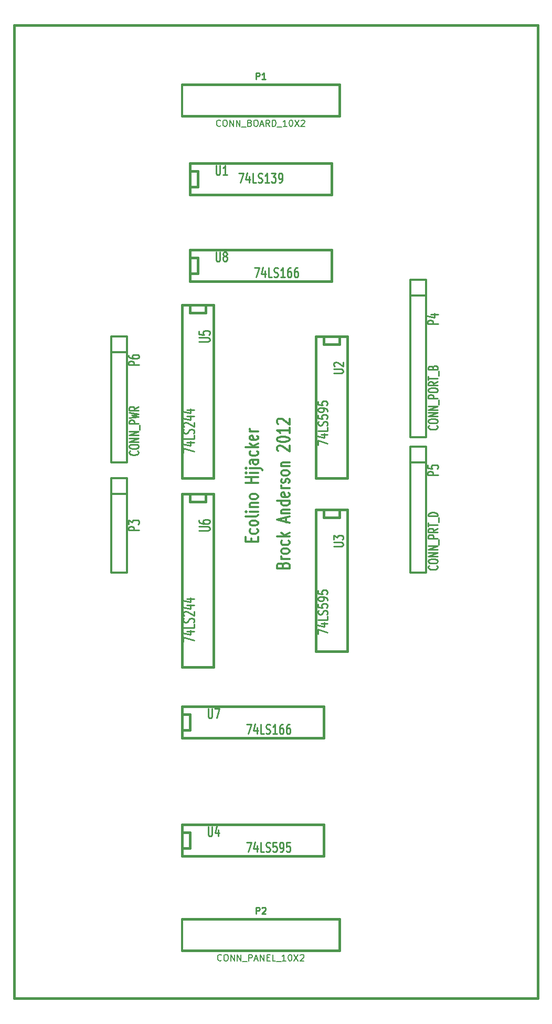
<source format=gto>
G04 (created by PCBNEW-RS274X (2012-01-19 BZR 3256)-stable) date 4/18/2012 11:58:31 PM*
G01*
G70*
G90*
%MOIN*%
G04 Gerber Fmt 3.4, Leading zero omitted, Abs format*
%FSLAX34Y34*%
G04 APERTURE LIST*
%ADD10C,0.006000*%
%ADD11C,0.015000*%
%ADD12C,0.012000*%
%ADD13C,0.010700*%
%ADD14C,0.010000*%
%ADD15C,0.008000*%
%ADD16C,0.011300*%
G04 APERTURE END LIST*
G54D10*
G54D11*
X23350Y-11750D02*
X23350Y-73550D01*
X56600Y-11750D02*
X23350Y-11750D01*
X56600Y-73550D02*
X56600Y-11750D01*
X23400Y-73550D02*
X56600Y-73550D01*
G54D12*
X40405Y-46041D02*
X40443Y-45955D01*
X40481Y-45927D01*
X40557Y-45898D01*
X40671Y-45898D01*
X40748Y-45927D01*
X40786Y-45955D01*
X40824Y-46013D01*
X40824Y-46241D01*
X40024Y-46241D01*
X40024Y-46041D01*
X40062Y-45984D01*
X40100Y-45955D01*
X40176Y-45927D01*
X40252Y-45927D01*
X40329Y-45955D01*
X40367Y-45984D01*
X40405Y-46041D01*
X40405Y-46241D01*
X40824Y-45641D02*
X40290Y-45641D01*
X40443Y-45641D02*
X40367Y-45613D01*
X40329Y-45584D01*
X40290Y-45527D01*
X40290Y-45470D01*
X40824Y-45184D02*
X40786Y-45242D01*
X40748Y-45270D01*
X40671Y-45299D01*
X40443Y-45299D01*
X40367Y-45270D01*
X40329Y-45242D01*
X40290Y-45184D01*
X40290Y-45099D01*
X40329Y-45042D01*
X40367Y-45013D01*
X40443Y-44984D01*
X40671Y-44984D01*
X40748Y-45013D01*
X40786Y-45042D01*
X40824Y-45099D01*
X40824Y-45184D01*
X40786Y-44470D02*
X40824Y-44527D01*
X40824Y-44641D01*
X40786Y-44699D01*
X40748Y-44727D01*
X40671Y-44756D01*
X40443Y-44756D01*
X40367Y-44727D01*
X40329Y-44699D01*
X40290Y-44641D01*
X40290Y-44527D01*
X40329Y-44470D01*
X40824Y-44213D02*
X40024Y-44213D01*
X40519Y-44156D02*
X40824Y-43985D01*
X40290Y-43985D02*
X40595Y-44213D01*
X40595Y-43299D02*
X40595Y-43013D01*
X40824Y-43356D02*
X40024Y-43156D01*
X40824Y-42956D01*
X40290Y-42756D02*
X40824Y-42756D01*
X40367Y-42756D02*
X40329Y-42728D01*
X40290Y-42670D01*
X40290Y-42585D01*
X40329Y-42528D01*
X40405Y-42499D01*
X40824Y-42499D01*
X40824Y-41956D02*
X40024Y-41956D01*
X40786Y-41956D02*
X40824Y-42013D01*
X40824Y-42127D01*
X40786Y-42185D01*
X40748Y-42213D01*
X40671Y-42242D01*
X40443Y-42242D01*
X40367Y-42213D01*
X40329Y-42185D01*
X40290Y-42127D01*
X40290Y-42013D01*
X40329Y-41956D01*
X40786Y-41442D02*
X40824Y-41499D01*
X40824Y-41613D01*
X40786Y-41670D01*
X40710Y-41699D01*
X40405Y-41699D01*
X40329Y-41670D01*
X40290Y-41613D01*
X40290Y-41499D01*
X40329Y-41442D01*
X40405Y-41413D01*
X40481Y-41413D01*
X40557Y-41699D01*
X40824Y-41156D02*
X40290Y-41156D01*
X40443Y-41156D02*
X40367Y-41128D01*
X40329Y-41099D01*
X40290Y-41042D01*
X40290Y-40985D01*
X40786Y-40814D02*
X40824Y-40757D01*
X40824Y-40642D01*
X40786Y-40585D01*
X40710Y-40557D01*
X40671Y-40557D01*
X40595Y-40585D01*
X40557Y-40642D01*
X40557Y-40728D01*
X40519Y-40785D01*
X40443Y-40814D01*
X40405Y-40814D01*
X40329Y-40785D01*
X40290Y-40728D01*
X40290Y-40642D01*
X40329Y-40585D01*
X40824Y-40213D02*
X40786Y-40271D01*
X40748Y-40299D01*
X40671Y-40328D01*
X40443Y-40328D01*
X40367Y-40299D01*
X40329Y-40271D01*
X40290Y-40213D01*
X40290Y-40128D01*
X40329Y-40071D01*
X40367Y-40042D01*
X40443Y-40013D01*
X40671Y-40013D01*
X40748Y-40042D01*
X40786Y-40071D01*
X40824Y-40128D01*
X40824Y-40213D01*
X40290Y-39756D02*
X40824Y-39756D01*
X40367Y-39756D02*
X40329Y-39728D01*
X40290Y-39670D01*
X40290Y-39585D01*
X40329Y-39528D01*
X40405Y-39499D01*
X40824Y-39499D01*
X40100Y-38785D02*
X40062Y-38756D01*
X40024Y-38699D01*
X40024Y-38556D01*
X40062Y-38499D01*
X40100Y-38470D01*
X40176Y-38442D01*
X40252Y-38442D01*
X40367Y-38470D01*
X40824Y-38813D01*
X40824Y-38442D01*
X40024Y-38071D02*
X40024Y-38014D01*
X40062Y-37957D01*
X40100Y-37928D01*
X40176Y-37899D01*
X40329Y-37871D01*
X40519Y-37871D01*
X40671Y-37899D01*
X40748Y-37928D01*
X40786Y-37957D01*
X40824Y-38014D01*
X40824Y-38071D01*
X40786Y-38128D01*
X40748Y-38157D01*
X40671Y-38185D01*
X40519Y-38214D01*
X40329Y-38214D01*
X40176Y-38185D01*
X40100Y-38157D01*
X40062Y-38128D01*
X40024Y-38071D01*
X40824Y-37300D02*
X40824Y-37643D01*
X40824Y-37471D02*
X40024Y-37471D01*
X40138Y-37528D01*
X40214Y-37586D01*
X40252Y-37643D01*
X40100Y-37072D02*
X40062Y-37043D01*
X40024Y-36986D01*
X40024Y-36843D01*
X40062Y-36786D01*
X40100Y-36757D01*
X40176Y-36729D01*
X40252Y-36729D01*
X40367Y-36757D01*
X40824Y-37100D01*
X40824Y-36729D01*
X38405Y-44543D02*
X38405Y-44343D01*
X38824Y-44257D02*
X38824Y-44543D01*
X38024Y-44543D01*
X38024Y-44257D01*
X38786Y-43743D02*
X38824Y-43800D01*
X38824Y-43914D01*
X38786Y-43972D01*
X38748Y-44000D01*
X38671Y-44029D01*
X38443Y-44029D01*
X38367Y-44000D01*
X38329Y-43972D01*
X38290Y-43914D01*
X38290Y-43800D01*
X38329Y-43743D01*
X38824Y-43400D02*
X38786Y-43458D01*
X38748Y-43486D01*
X38671Y-43515D01*
X38443Y-43515D01*
X38367Y-43486D01*
X38329Y-43458D01*
X38290Y-43400D01*
X38290Y-43315D01*
X38329Y-43258D01*
X38367Y-43229D01*
X38443Y-43200D01*
X38671Y-43200D01*
X38748Y-43229D01*
X38786Y-43258D01*
X38824Y-43315D01*
X38824Y-43400D01*
X38824Y-42857D02*
X38786Y-42915D01*
X38710Y-42943D01*
X38024Y-42943D01*
X38824Y-42629D02*
X38290Y-42629D01*
X38024Y-42629D02*
X38062Y-42658D01*
X38100Y-42629D01*
X38062Y-42601D01*
X38024Y-42629D01*
X38100Y-42629D01*
X38290Y-42343D02*
X38824Y-42343D01*
X38367Y-42343D02*
X38329Y-42315D01*
X38290Y-42257D01*
X38290Y-42172D01*
X38329Y-42115D01*
X38405Y-42086D01*
X38824Y-42086D01*
X38824Y-41714D02*
X38786Y-41772D01*
X38748Y-41800D01*
X38671Y-41829D01*
X38443Y-41829D01*
X38367Y-41800D01*
X38329Y-41772D01*
X38290Y-41714D01*
X38290Y-41629D01*
X38329Y-41572D01*
X38367Y-41543D01*
X38443Y-41514D01*
X38671Y-41514D01*
X38748Y-41543D01*
X38786Y-41572D01*
X38824Y-41629D01*
X38824Y-41714D01*
X38824Y-40800D02*
X38024Y-40800D01*
X38405Y-40800D02*
X38405Y-40457D01*
X38824Y-40457D02*
X38024Y-40457D01*
X38824Y-40171D02*
X38290Y-40171D01*
X38024Y-40171D02*
X38062Y-40200D01*
X38100Y-40171D01*
X38062Y-40143D01*
X38024Y-40171D01*
X38100Y-40171D01*
X38290Y-39885D02*
X38976Y-39885D01*
X39052Y-39914D01*
X39090Y-39971D01*
X39090Y-39999D01*
X38024Y-39885D02*
X38062Y-39914D01*
X38100Y-39885D01*
X38062Y-39857D01*
X38024Y-39885D01*
X38100Y-39885D01*
X38824Y-39342D02*
X38405Y-39342D01*
X38329Y-39371D01*
X38290Y-39428D01*
X38290Y-39542D01*
X38329Y-39599D01*
X38786Y-39342D02*
X38824Y-39399D01*
X38824Y-39542D01*
X38786Y-39599D01*
X38710Y-39628D01*
X38633Y-39628D01*
X38557Y-39599D01*
X38519Y-39542D01*
X38519Y-39399D01*
X38481Y-39342D01*
X38786Y-38799D02*
X38824Y-38856D01*
X38824Y-38970D01*
X38786Y-39028D01*
X38748Y-39056D01*
X38671Y-39085D01*
X38443Y-39085D01*
X38367Y-39056D01*
X38329Y-39028D01*
X38290Y-38970D01*
X38290Y-38856D01*
X38329Y-38799D01*
X38824Y-38542D02*
X38024Y-38542D01*
X38519Y-38485D02*
X38824Y-38314D01*
X38290Y-38314D02*
X38595Y-38542D01*
X38786Y-37828D02*
X38824Y-37885D01*
X38824Y-37999D01*
X38786Y-38056D01*
X38710Y-38085D01*
X38405Y-38085D01*
X38329Y-38056D01*
X38290Y-37999D01*
X38290Y-37885D01*
X38329Y-37828D01*
X38405Y-37799D01*
X38481Y-37799D01*
X38557Y-38085D01*
X38824Y-37542D02*
X38290Y-37542D01*
X38443Y-37542D02*
X38367Y-37514D01*
X38329Y-37485D01*
X38290Y-37428D01*
X38290Y-37371D01*
X49500Y-38500D02*
X49500Y-46500D01*
X49500Y-46500D02*
X48500Y-46500D01*
X48500Y-46500D02*
X48500Y-38500D01*
X48500Y-38500D02*
X49500Y-38500D01*
X48500Y-39500D02*
X49500Y-39500D01*
X30500Y-31500D02*
X30500Y-39500D01*
X30500Y-39500D02*
X29500Y-39500D01*
X29500Y-39500D02*
X29500Y-31500D01*
X29500Y-31500D02*
X30500Y-31500D01*
X29500Y-32500D02*
X30500Y-32500D01*
G54D11*
X34000Y-15500D02*
X44000Y-15500D01*
X44000Y-15500D02*
X44000Y-17500D01*
X44000Y-17500D02*
X34000Y-17500D01*
G54D12*
X34000Y-15500D02*
X34000Y-17500D01*
G54D11*
X34000Y-68500D02*
X44000Y-68500D01*
X44000Y-68500D02*
X44000Y-70500D01*
X44000Y-70500D02*
X34000Y-70500D01*
G54D12*
X34000Y-68500D02*
X34000Y-70500D01*
G54D11*
X35500Y-29500D02*
X35500Y-30000D01*
X35500Y-30000D02*
X34500Y-30000D01*
X34500Y-30000D02*
X34500Y-29500D01*
X36000Y-29500D02*
X36000Y-40500D01*
X36000Y-40500D02*
X34000Y-40500D01*
X34000Y-40500D02*
X34000Y-29500D01*
X34000Y-29500D02*
X36000Y-29500D01*
X35500Y-41500D02*
X35500Y-42000D01*
X35500Y-42000D02*
X34500Y-42000D01*
X34500Y-42000D02*
X34500Y-41500D01*
X36000Y-41500D02*
X36000Y-52500D01*
X36000Y-52500D02*
X34000Y-52500D01*
X34000Y-52500D02*
X34000Y-41500D01*
X34000Y-41500D02*
X36000Y-41500D01*
X34500Y-21000D02*
X34500Y-21000D01*
X34500Y-21000D02*
X35000Y-21000D01*
X35000Y-21000D02*
X35000Y-22000D01*
X35000Y-22000D02*
X34500Y-22000D01*
X34500Y-20500D02*
X43500Y-20500D01*
X43500Y-20500D02*
X43500Y-22500D01*
X43500Y-22500D02*
X34500Y-22500D01*
X34500Y-22500D02*
X34500Y-20500D01*
X44000Y-31500D02*
X44000Y-31500D01*
X44000Y-31500D02*
X44000Y-32000D01*
X44000Y-32000D02*
X43000Y-32000D01*
X43000Y-32000D02*
X43000Y-31500D01*
X44500Y-31500D02*
X44500Y-40500D01*
X44500Y-40500D02*
X42500Y-40500D01*
X42500Y-40500D02*
X42500Y-31500D01*
X42500Y-31500D02*
X44500Y-31500D01*
X44000Y-42500D02*
X44000Y-42500D01*
X44000Y-42500D02*
X44000Y-43000D01*
X44000Y-43000D02*
X43000Y-43000D01*
X43000Y-43000D02*
X43000Y-42500D01*
X44500Y-42500D02*
X44500Y-51500D01*
X44500Y-51500D02*
X42500Y-51500D01*
X42500Y-51500D02*
X42500Y-42500D01*
X42500Y-42500D02*
X44500Y-42500D01*
X34000Y-63000D02*
X34000Y-63000D01*
X34000Y-63000D02*
X34500Y-63000D01*
X34500Y-63000D02*
X34500Y-64000D01*
X34500Y-64000D02*
X34000Y-64000D01*
X34000Y-62500D02*
X43000Y-62500D01*
X43000Y-62500D02*
X43000Y-64500D01*
X43000Y-64500D02*
X34000Y-64500D01*
X34000Y-64500D02*
X34000Y-62500D01*
X34000Y-55500D02*
X34000Y-55500D01*
X34000Y-55500D02*
X34500Y-55500D01*
X34500Y-55500D02*
X34500Y-56500D01*
X34500Y-56500D02*
X34000Y-56500D01*
X34000Y-55000D02*
X43000Y-55000D01*
X43000Y-55000D02*
X43000Y-57000D01*
X43000Y-57000D02*
X34000Y-57000D01*
X34000Y-57000D02*
X34000Y-55000D01*
X34500Y-26500D02*
X34500Y-26500D01*
X34500Y-26500D02*
X35000Y-26500D01*
X35000Y-26500D02*
X35000Y-27500D01*
X35000Y-27500D02*
X34500Y-27500D01*
X34500Y-26000D02*
X43500Y-26000D01*
X43500Y-26000D02*
X43500Y-28000D01*
X43500Y-28000D02*
X34500Y-28000D01*
X34500Y-28000D02*
X34500Y-26000D01*
G54D12*
X48500Y-27900D02*
X49500Y-27900D01*
X49500Y-27900D02*
X49500Y-37900D01*
X49500Y-37900D02*
X48500Y-37900D01*
X48500Y-37900D02*
X48500Y-27900D01*
X48500Y-28900D02*
X49500Y-28900D01*
X29500Y-40500D02*
X30500Y-40500D01*
X30500Y-40500D02*
X30500Y-46500D01*
X30500Y-46500D02*
X29500Y-46500D01*
X29500Y-46500D02*
X29500Y-40500D01*
X29500Y-41500D02*
X30500Y-41500D01*
G54D13*
X50275Y-40316D02*
X49594Y-40316D01*
X49594Y-40153D01*
X49627Y-40112D01*
X49659Y-40092D01*
X49724Y-40072D01*
X49821Y-40072D01*
X49886Y-40092D01*
X49918Y-40112D01*
X49951Y-40153D01*
X49951Y-40316D01*
X49594Y-39684D02*
X49594Y-39888D01*
X49918Y-39908D01*
X49886Y-39888D01*
X49854Y-39847D01*
X49854Y-39745D01*
X49886Y-39705D01*
X49918Y-39684D01*
X49983Y-39664D01*
X50145Y-39664D01*
X50210Y-39684D01*
X50243Y-39705D01*
X50275Y-39745D01*
X50275Y-39847D01*
X50243Y-39888D01*
X50210Y-39908D01*
G54D14*
X50186Y-46062D02*
X50214Y-46081D01*
X50243Y-46138D01*
X50243Y-46176D01*
X50214Y-46234D01*
X50157Y-46272D01*
X50100Y-46291D01*
X49986Y-46310D01*
X49900Y-46310D01*
X49786Y-46291D01*
X49729Y-46272D01*
X49671Y-46234D01*
X49643Y-46176D01*
X49643Y-46138D01*
X49671Y-46081D01*
X49700Y-46062D01*
X49643Y-45815D02*
X49643Y-45738D01*
X49671Y-45700D01*
X49729Y-45662D01*
X49843Y-45643D01*
X50043Y-45643D01*
X50157Y-45662D01*
X50214Y-45700D01*
X50243Y-45738D01*
X50243Y-45815D01*
X50214Y-45853D01*
X50157Y-45891D01*
X50043Y-45910D01*
X49843Y-45910D01*
X49729Y-45891D01*
X49671Y-45853D01*
X49643Y-45815D01*
X50243Y-45472D02*
X49643Y-45472D01*
X50243Y-45243D01*
X49643Y-45243D01*
X50243Y-45053D02*
X49643Y-45053D01*
X50243Y-44824D01*
X49643Y-44824D01*
X50300Y-44729D02*
X50300Y-44424D01*
X50243Y-44329D02*
X49643Y-44329D01*
X49643Y-44176D01*
X49671Y-44138D01*
X49700Y-44119D01*
X49757Y-44100D01*
X49843Y-44100D01*
X49900Y-44119D01*
X49929Y-44138D01*
X49957Y-44176D01*
X49957Y-44329D01*
X50243Y-43700D02*
X49957Y-43834D01*
X50243Y-43929D02*
X49643Y-43929D01*
X49643Y-43776D01*
X49671Y-43738D01*
X49700Y-43719D01*
X49757Y-43700D01*
X49843Y-43700D01*
X49900Y-43719D01*
X49929Y-43738D01*
X49957Y-43776D01*
X49957Y-43929D01*
X49643Y-43586D02*
X49643Y-43357D01*
X50243Y-43472D02*
X49643Y-43472D01*
X50300Y-43319D02*
X50300Y-43014D01*
X50243Y-42919D02*
X49643Y-42919D01*
X49643Y-42824D01*
X49671Y-42766D01*
X49729Y-42728D01*
X49786Y-42709D01*
X49900Y-42690D01*
X49986Y-42690D01*
X50100Y-42709D01*
X50157Y-42728D01*
X50214Y-42766D01*
X50243Y-42824D01*
X50243Y-42919D01*
G54D13*
X31275Y-33316D02*
X30594Y-33316D01*
X30594Y-33153D01*
X30627Y-33112D01*
X30659Y-33092D01*
X30724Y-33072D01*
X30821Y-33072D01*
X30886Y-33092D01*
X30918Y-33112D01*
X30951Y-33153D01*
X30951Y-33316D01*
X30594Y-32705D02*
X30594Y-32786D01*
X30627Y-32827D01*
X30659Y-32847D01*
X30756Y-32888D01*
X30886Y-32908D01*
X31145Y-32908D01*
X31210Y-32888D01*
X31243Y-32868D01*
X31275Y-32827D01*
X31275Y-32745D01*
X31243Y-32705D01*
X31210Y-32684D01*
X31145Y-32664D01*
X30983Y-32664D01*
X30918Y-32684D01*
X30886Y-32705D01*
X30854Y-32745D01*
X30854Y-32827D01*
X30886Y-32868D01*
X30918Y-32888D01*
X30983Y-32908D01*
G54D14*
X31186Y-38785D02*
X31214Y-38804D01*
X31243Y-38861D01*
X31243Y-38899D01*
X31214Y-38957D01*
X31157Y-38995D01*
X31100Y-39014D01*
X30986Y-39033D01*
X30900Y-39033D01*
X30786Y-39014D01*
X30729Y-38995D01*
X30671Y-38957D01*
X30643Y-38899D01*
X30643Y-38861D01*
X30671Y-38804D01*
X30700Y-38785D01*
X30643Y-38538D02*
X30643Y-38461D01*
X30671Y-38423D01*
X30729Y-38385D01*
X30843Y-38366D01*
X31043Y-38366D01*
X31157Y-38385D01*
X31214Y-38423D01*
X31243Y-38461D01*
X31243Y-38538D01*
X31214Y-38576D01*
X31157Y-38614D01*
X31043Y-38633D01*
X30843Y-38633D01*
X30729Y-38614D01*
X30671Y-38576D01*
X30643Y-38538D01*
X31243Y-38195D02*
X30643Y-38195D01*
X31243Y-37966D01*
X30643Y-37966D01*
X31243Y-37776D02*
X30643Y-37776D01*
X31243Y-37547D01*
X30643Y-37547D01*
X31300Y-37452D02*
X31300Y-37147D01*
X31243Y-37052D02*
X30643Y-37052D01*
X30643Y-36899D01*
X30671Y-36861D01*
X30700Y-36842D01*
X30757Y-36823D01*
X30843Y-36823D01*
X30900Y-36842D01*
X30929Y-36861D01*
X30957Y-36899D01*
X30957Y-37052D01*
X30643Y-36690D02*
X31243Y-36595D01*
X30814Y-36518D01*
X31243Y-36442D01*
X30643Y-36347D01*
X31243Y-35966D02*
X30957Y-36100D01*
X31243Y-36195D02*
X30643Y-36195D01*
X30643Y-36042D01*
X30671Y-36004D01*
X30700Y-35985D01*
X30757Y-35966D01*
X30843Y-35966D01*
X30900Y-35985D01*
X30929Y-36004D01*
X30957Y-36042D01*
X30957Y-36195D01*
X38705Y-15162D02*
X38705Y-14762D01*
X38858Y-14762D01*
X38896Y-14781D01*
X38915Y-14800D01*
X38934Y-14838D01*
X38934Y-14895D01*
X38915Y-14933D01*
X38896Y-14952D01*
X38858Y-14971D01*
X38705Y-14971D01*
X39315Y-15162D02*
X39086Y-15162D01*
X39200Y-15162D02*
X39200Y-14762D01*
X39162Y-14819D01*
X39124Y-14857D01*
X39086Y-14876D01*
G54D15*
X36448Y-18124D02*
X36429Y-18143D01*
X36372Y-18162D01*
X36334Y-18162D01*
X36276Y-18143D01*
X36238Y-18105D01*
X36219Y-18067D01*
X36200Y-17990D01*
X36200Y-17933D01*
X36219Y-17857D01*
X36238Y-17819D01*
X36276Y-17781D01*
X36334Y-17762D01*
X36372Y-17762D01*
X36429Y-17781D01*
X36448Y-17800D01*
X36695Y-17762D02*
X36772Y-17762D01*
X36810Y-17781D01*
X36848Y-17819D01*
X36867Y-17895D01*
X36867Y-18029D01*
X36848Y-18105D01*
X36810Y-18143D01*
X36772Y-18162D01*
X36695Y-18162D01*
X36657Y-18143D01*
X36619Y-18105D01*
X36600Y-18029D01*
X36600Y-17895D01*
X36619Y-17819D01*
X36657Y-17781D01*
X36695Y-17762D01*
X37038Y-18162D02*
X37038Y-17762D01*
X37267Y-18162D01*
X37267Y-17762D01*
X37457Y-18162D02*
X37457Y-17762D01*
X37686Y-18162D01*
X37686Y-17762D01*
X37781Y-18200D02*
X38086Y-18200D01*
X38315Y-17952D02*
X38372Y-17971D01*
X38391Y-17990D01*
X38410Y-18029D01*
X38410Y-18086D01*
X38391Y-18124D01*
X38372Y-18143D01*
X38334Y-18162D01*
X38181Y-18162D01*
X38181Y-17762D01*
X38315Y-17762D01*
X38353Y-17781D01*
X38372Y-17800D01*
X38391Y-17838D01*
X38391Y-17876D01*
X38372Y-17914D01*
X38353Y-17933D01*
X38315Y-17952D01*
X38181Y-17952D01*
X38657Y-17762D02*
X38734Y-17762D01*
X38772Y-17781D01*
X38810Y-17819D01*
X38829Y-17895D01*
X38829Y-18029D01*
X38810Y-18105D01*
X38772Y-18143D01*
X38734Y-18162D01*
X38657Y-18162D01*
X38619Y-18143D01*
X38581Y-18105D01*
X38562Y-18029D01*
X38562Y-17895D01*
X38581Y-17819D01*
X38619Y-17781D01*
X38657Y-17762D01*
X38981Y-18048D02*
X39172Y-18048D01*
X38943Y-18162D02*
X39076Y-17762D01*
X39210Y-18162D01*
X39572Y-18162D02*
X39438Y-17971D01*
X39343Y-18162D02*
X39343Y-17762D01*
X39496Y-17762D01*
X39534Y-17781D01*
X39553Y-17800D01*
X39572Y-17838D01*
X39572Y-17895D01*
X39553Y-17933D01*
X39534Y-17952D01*
X39496Y-17971D01*
X39343Y-17971D01*
X39743Y-18162D02*
X39743Y-17762D01*
X39838Y-17762D01*
X39896Y-17781D01*
X39934Y-17819D01*
X39953Y-17857D01*
X39972Y-17933D01*
X39972Y-17990D01*
X39953Y-18067D01*
X39934Y-18105D01*
X39896Y-18143D01*
X39838Y-18162D01*
X39743Y-18162D01*
X40048Y-18200D02*
X40353Y-18200D01*
X40658Y-18162D02*
X40429Y-18162D01*
X40543Y-18162D02*
X40543Y-17762D01*
X40505Y-17819D01*
X40467Y-17857D01*
X40429Y-17876D01*
X40905Y-17762D02*
X40944Y-17762D01*
X40982Y-17781D01*
X41001Y-17800D01*
X41020Y-17838D01*
X41039Y-17914D01*
X41039Y-18010D01*
X41020Y-18086D01*
X41001Y-18124D01*
X40982Y-18143D01*
X40944Y-18162D01*
X40905Y-18162D01*
X40867Y-18143D01*
X40848Y-18124D01*
X40829Y-18086D01*
X40810Y-18010D01*
X40810Y-17914D01*
X40829Y-17838D01*
X40848Y-17800D01*
X40867Y-17781D01*
X40905Y-17762D01*
X41172Y-17762D02*
X41439Y-18162D01*
X41439Y-17762D02*
X41172Y-18162D01*
X41572Y-17800D02*
X41591Y-17781D01*
X41629Y-17762D01*
X41725Y-17762D01*
X41763Y-17781D01*
X41782Y-17800D01*
X41801Y-17838D01*
X41801Y-17876D01*
X41782Y-17933D01*
X41553Y-18162D01*
X41801Y-18162D01*
G54D14*
X38705Y-68162D02*
X38705Y-67762D01*
X38858Y-67762D01*
X38896Y-67781D01*
X38915Y-67800D01*
X38934Y-67838D01*
X38934Y-67895D01*
X38915Y-67933D01*
X38896Y-67952D01*
X38858Y-67971D01*
X38705Y-67971D01*
X39086Y-67800D02*
X39105Y-67781D01*
X39143Y-67762D01*
X39239Y-67762D01*
X39277Y-67781D01*
X39296Y-67800D01*
X39315Y-67838D01*
X39315Y-67876D01*
X39296Y-67933D01*
X39067Y-68162D01*
X39315Y-68162D01*
G54D15*
X36505Y-71124D02*
X36486Y-71143D01*
X36429Y-71162D01*
X36391Y-71162D01*
X36333Y-71143D01*
X36295Y-71105D01*
X36276Y-71067D01*
X36257Y-70990D01*
X36257Y-70933D01*
X36276Y-70857D01*
X36295Y-70819D01*
X36333Y-70781D01*
X36391Y-70762D01*
X36429Y-70762D01*
X36486Y-70781D01*
X36505Y-70800D01*
X36752Y-70762D02*
X36829Y-70762D01*
X36867Y-70781D01*
X36905Y-70819D01*
X36924Y-70895D01*
X36924Y-71029D01*
X36905Y-71105D01*
X36867Y-71143D01*
X36829Y-71162D01*
X36752Y-71162D01*
X36714Y-71143D01*
X36676Y-71105D01*
X36657Y-71029D01*
X36657Y-70895D01*
X36676Y-70819D01*
X36714Y-70781D01*
X36752Y-70762D01*
X37095Y-71162D02*
X37095Y-70762D01*
X37324Y-71162D01*
X37324Y-70762D01*
X37514Y-71162D02*
X37514Y-70762D01*
X37743Y-71162D01*
X37743Y-70762D01*
X37838Y-71200D02*
X38143Y-71200D01*
X38238Y-71162D02*
X38238Y-70762D01*
X38391Y-70762D01*
X38429Y-70781D01*
X38448Y-70800D01*
X38467Y-70838D01*
X38467Y-70895D01*
X38448Y-70933D01*
X38429Y-70952D01*
X38391Y-70971D01*
X38238Y-70971D01*
X38619Y-71048D02*
X38810Y-71048D01*
X38581Y-71162D02*
X38714Y-70762D01*
X38848Y-71162D01*
X38981Y-71162D02*
X38981Y-70762D01*
X39210Y-71162D01*
X39210Y-70762D01*
X39400Y-70952D02*
X39534Y-70952D01*
X39591Y-71162D02*
X39400Y-71162D01*
X39400Y-70762D01*
X39591Y-70762D01*
X39953Y-71162D02*
X39762Y-71162D01*
X39762Y-70762D01*
X39991Y-71200D02*
X40296Y-71200D01*
X40601Y-71162D02*
X40372Y-71162D01*
X40486Y-71162D02*
X40486Y-70762D01*
X40448Y-70819D01*
X40410Y-70857D01*
X40372Y-70876D01*
X40848Y-70762D02*
X40887Y-70762D01*
X40925Y-70781D01*
X40944Y-70800D01*
X40963Y-70838D01*
X40982Y-70914D01*
X40982Y-71010D01*
X40963Y-71086D01*
X40944Y-71124D01*
X40925Y-71143D01*
X40887Y-71162D01*
X40848Y-71162D01*
X40810Y-71143D01*
X40791Y-71124D01*
X40772Y-71086D01*
X40753Y-71010D01*
X40753Y-70914D01*
X40772Y-70838D01*
X40791Y-70800D01*
X40810Y-70781D01*
X40848Y-70762D01*
X41115Y-70762D02*
X41382Y-71162D01*
X41382Y-70762D02*
X41115Y-71162D01*
X41515Y-70800D02*
X41534Y-70781D01*
X41572Y-70762D01*
X41668Y-70762D01*
X41706Y-70781D01*
X41725Y-70800D01*
X41744Y-70838D01*
X41744Y-70876D01*
X41725Y-70933D01*
X41496Y-71162D01*
X41744Y-71162D01*
G54D16*
X35083Y-31843D02*
X35650Y-31843D01*
X35717Y-31821D01*
X35750Y-31800D01*
X35783Y-31757D01*
X35783Y-31671D01*
X35750Y-31629D01*
X35717Y-31607D01*
X35650Y-31586D01*
X35083Y-31586D01*
X35083Y-31158D02*
X35083Y-31372D01*
X35417Y-31393D01*
X35383Y-31372D01*
X35350Y-31329D01*
X35350Y-31222D01*
X35383Y-31179D01*
X35417Y-31158D01*
X35483Y-31136D01*
X35650Y-31136D01*
X35717Y-31158D01*
X35750Y-31179D01*
X35783Y-31222D01*
X35783Y-31329D01*
X35750Y-31372D01*
X35717Y-31393D01*
X34083Y-38905D02*
X34083Y-38605D01*
X34783Y-38798D01*
X34317Y-38240D02*
X34783Y-38240D01*
X34050Y-38347D02*
X34550Y-38454D01*
X34550Y-38176D01*
X34783Y-37790D02*
X34783Y-38004D01*
X34083Y-38004D01*
X34750Y-37661D02*
X34783Y-37597D01*
X34783Y-37490D01*
X34750Y-37447D01*
X34717Y-37426D01*
X34650Y-37404D01*
X34583Y-37404D01*
X34517Y-37426D01*
X34483Y-37447D01*
X34450Y-37490D01*
X34417Y-37576D01*
X34383Y-37618D01*
X34350Y-37640D01*
X34283Y-37661D01*
X34217Y-37661D01*
X34150Y-37640D01*
X34117Y-37618D01*
X34083Y-37576D01*
X34083Y-37468D01*
X34117Y-37404D01*
X34150Y-37232D02*
X34117Y-37211D01*
X34083Y-37168D01*
X34083Y-37061D01*
X34117Y-37018D01*
X34150Y-36997D01*
X34217Y-36975D01*
X34283Y-36975D01*
X34383Y-36997D01*
X34783Y-37254D01*
X34783Y-36975D01*
X34317Y-36589D02*
X34783Y-36589D01*
X34050Y-36696D02*
X34550Y-36803D01*
X34550Y-36525D01*
X34317Y-36160D02*
X34783Y-36160D01*
X34050Y-36267D02*
X34550Y-36374D01*
X34550Y-36096D01*
X35083Y-43843D02*
X35650Y-43843D01*
X35717Y-43821D01*
X35750Y-43800D01*
X35783Y-43757D01*
X35783Y-43671D01*
X35750Y-43629D01*
X35717Y-43607D01*
X35650Y-43586D01*
X35083Y-43586D01*
X35083Y-43179D02*
X35083Y-43265D01*
X35117Y-43308D01*
X35150Y-43329D01*
X35250Y-43372D01*
X35383Y-43393D01*
X35650Y-43393D01*
X35717Y-43372D01*
X35750Y-43350D01*
X35783Y-43308D01*
X35783Y-43222D01*
X35750Y-43179D01*
X35717Y-43158D01*
X35650Y-43136D01*
X35483Y-43136D01*
X35417Y-43158D01*
X35383Y-43179D01*
X35350Y-43222D01*
X35350Y-43308D01*
X35383Y-43350D01*
X35417Y-43372D01*
X35483Y-43393D01*
X34083Y-50905D02*
X34083Y-50605D01*
X34783Y-50798D01*
X34317Y-50240D02*
X34783Y-50240D01*
X34050Y-50347D02*
X34550Y-50454D01*
X34550Y-50176D01*
X34783Y-49790D02*
X34783Y-50004D01*
X34083Y-50004D01*
X34750Y-49661D02*
X34783Y-49597D01*
X34783Y-49490D01*
X34750Y-49447D01*
X34717Y-49426D01*
X34650Y-49404D01*
X34583Y-49404D01*
X34517Y-49426D01*
X34483Y-49447D01*
X34450Y-49490D01*
X34417Y-49576D01*
X34383Y-49618D01*
X34350Y-49640D01*
X34283Y-49661D01*
X34217Y-49661D01*
X34150Y-49640D01*
X34117Y-49618D01*
X34083Y-49576D01*
X34083Y-49468D01*
X34117Y-49404D01*
X34150Y-49232D02*
X34117Y-49211D01*
X34083Y-49168D01*
X34083Y-49061D01*
X34117Y-49018D01*
X34150Y-48997D01*
X34217Y-48975D01*
X34283Y-48975D01*
X34383Y-48997D01*
X34783Y-49254D01*
X34783Y-48975D01*
X34317Y-48589D02*
X34783Y-48589D01*
X34050Y-48696D02*
X34550Y-48803D01*
X34550Y-48525D01*
X34317Y-48160D02*
X34783Y-48160D01*
X34050Y-48267D02*
X34550Y-48374D01*
X34550Y-48096D01*
X36157Y-20643D02*
X36157Y-21129D01*
X36179Y-21186D01*
X36200Y-21214D01*
X36243Y-21243D01*
X36329Y-21243D01*
X36371Y-21214D01*
X36393Y-21186D01*
X36414Y-21129D01*
X36414Y-20643D01*
X36864Y-21243D02*
X36607Y-21243D01*
X36735Y-21243D02*
X36735Y-20643D01*
X36692Y-20729D01*
X36650Y-20786D01*
X36607Y-20814D01*
X37595Y-21143D02*
X37895Y-21143D01*
X37702Y-21743D01*
X38260Y-21343D02*
X38260Y-21743D01*
X38153Y-21114D02*
X38046Y-21543D01*
X38324Y-21543D01*
X38710Y-21743D02*
X38496Y-21743D01*
X38496Y-21143D01*
X38839Y-21714D02*
X38903Y-21743D01*
X39010Y-21743D01*
X39053Y-21714D01*
X39074Y-21686D01*
X39096Y-21629D01*
X39096Y-21571D01*
X39074Y-21514D01*
X39053Y-21486D01*
X39010Y-21457D01*
X38924Y-21429D01*
X38882Y-21400D01*
X38860Y-21371D01*
X38839Y-21314D01*
X38839Y-21257D01*
X38860Y-21200D01*
X38882Y-21171D01*
X38924Y-21143D01*
X39032Y-21143D01*
X39096Y-21171D01*
X39525Y-21743D02*
X39268Y-21743D01*
X39396Y-21743D02*
X39396Y-21143D01*
X39353Y-21229D01*
X39311Y-21286D01*
X39268Y-21314D01*
X39675Y-21143D02*
X39954Y-21143D01*
X39804Y-21371D01*
X39868Y-21371D01*
X39911Y-21400D01*
X39932Y-21429D01*
X39954Y-21486D01*
X39954Y-21629D01*
X39932Y-21686D01*
X39911Y-21714D01*
X39868Y-21743D01*
X39740Y-21743D01*
X39697Y-21714D01*
X39675Y-21686D01*
X40169Y-21743D02*
X40254Y-21743D01*
X40297Y-21714D01*
X40319Y-21686D01*
X40361Y-21600D01*
X40383Y-21486D01*
X40383Y-21257D01*
X40361Y-21200D01*
X40340Y-21171D01*
X40297Y-21143D01*
X40211Y-21143D01*
X40169Y-21171D01*
X40147Y-21200D01*
X40126Y-21257D01*
X40126Y-21400D01*
X40147Y-21457D01*
X40169Y-21486D01*
X40211Y-21514D01*
X40297Y-21514D01*
X40340Y-21486D01*
X40361Y-21457D01*
X40383Y-21400D01*
X43643Y-33843D02*
X44129Y-33843D01*
X44186Y-33821D01*
X44214Y-33800D01*
X44243Y-33757D01*
X44243Y-33671D01*
X44214Y-33629D01*
X44186Y-33607D01*
X44129Y-33586D01*
X43643Y-33586D01*
X43700Y-33393D02*
X43671Y-33372D01*
X43643Y-33329D01*
X43643Y-33222D01*
X43671Y-33179D01*
X43700Y-33158D01*
X43757Y-33136D01*
X43814Y-33136D01*
X43900Y-33158D01*
X44243Y-33415D01*
X44243Y-33136D01*
X42643Y-38405D02*
X42643Y-38105D01*
X43243Y-38298D01*
X42843Y-37740D02*
X43243Y-37740D01*
X42614Y-37847D02*
X43043Y-37954D01*
X43043Y-37676D01*
X43243Y-37290D02*
X43243Y-37504D01*
X42643Y-37504D01*
X43214Y-37161D02*
X43243Y-37097D01*
X43243Y-36990D01*
X43214Y-36947D01*
X43186Y-36926D01*
X43129Y-36904D01*
X43071Y-36904D01*
X43014Y-36926D01*
X42986Y-36947D01*
X42957Y-36990D01*
X42929Y-37076D01*
X42900Y-37118D01*
X42871Y-37140D01*
X42814Y-37161D01*
X42757Y-37161D01*
X42700Y-37140D01*
X42671Y-37118D01*
X42643Y-37076D01*
X42643Y-36968D01*
X42671Y-36904D01*
X42643Y-36497D02*
X42643Y-36711D01*
X42929Y-36732D01*
X42900Y-36711D01*
X42871Y-36668D01*
X42871Y-36561D01*
X42900Y-36518D01*
X42929Y-36497D01*
X42986Y-36475D01*
X43129Y-36475D01*
X43186Y-36497D01*
X43214Y-36518D01*
X43243Y-36561D01*
X43243Y-36668D01*
X43214Y-36711D01*
X43186Y-36732D01*
X43243Y-36260D02*
X43243Y-36175D01*
X43214Y-36132D01*
X43186Y-36110D01*
X43100Y-36068D01*
X42986Y-36046D01*
X42757Y-36046D01*
X42700Y-36068D01*
X42671Y-36089D01*
X42643Y-36132D01*
X42643Y-36218D01*
X42671Y-36260D01*
X42700Y-36282D01*
X42757Y-36303D01*
X42900Y-36303D01*
X42957Y-36282D01*
X42986Y-36260D01*
X43014Y-36218D01*
X43014Y-36132D01*
X42986Y-36089D01*
X42957Y-36068D01*
X42900Y-36046D01*
X42643Y-35639D02*
X42643Y-35853D01*
X42929Y-35874D01*
X42900Y-35853D01*
X42871Y-35810D01*
X42871Y-35703D01*
X42900Y-35660D01*
X42929Y-35639D01*
X42986Y-35617D01*
X43129Y-35617D01*
X43186Y-35639D01*
X43214Y-35660D01*
X43243Y-35703D01*
X43243Y-35810D01*
X43214Y-35853D01*
X43186Y-35874D01*
X43643Y-44843D02*
X44129Y-44843D01*
X44186Y-44821D01*
X44214Y-44800D01*
X44243Y-44757D01*
X44243Y-44671D01*
X44214Y-44629D01*
X44186Y-44607D01*
X44129Y-44586D01*
X43643Y-44586D01*
X43643Y-44415D02*
X43643Y-44136D01*
X43871Y-44286D01*
X43871Y-44222D01*
X43900Y-44179D01*
X43929Y-44158D01*
X43986Y-44136D01*
X44129Y-44136D01*
X44186Y-44158D01*
X44214Y-44179D01*
X44243Y-44222D01*
X44243Y-44350D01*
X44214Y-44393D01*
X44186Y-44415D01*
X42643Y-50405D02*
X42643Y-50105D01*
X43243Y-50298D01*
X42843Y-49740D02*
X43243Y-49740D01*
X42614Y-49847D02*
X43043Y-49954D01*
X43043Y-49676D01*
X43243Y-49290D02*
X43243Y-49504D01*
X42643Y-49504D01*
X43214Y-49161D02*
X43243Y-49097D01*
X43243Y-48990D01*
X43214Y-48947D01*
X43186Y-48926D01*
X43129Y-48904D01*
X43071Y-48904D01*
X43014Y-48926D01*
X42986Y-48947D01*
X42957Y-48990D01*
X42929Y-49076D01*
X42900Y-49118D01*
X42871Y-49140D01*
X42814Y-49161D01*
X42757Y-49161D01*
X42700Y-49140D01*
X42671Y-49118D01*
X42643Y-49076D01*
X42643Y-48968D01*
X42671Y-48904D01*
X42643Y-48497D02*
X42643Y-48711D01*
X42929Y-48732D01*
X42900Y-48711D01*
X42871Y-48668D01*
X42871Y-48561D01*
X42900Y-48518D01*
X42929Y-48497D01*
X42986Y-48475D01*
X43129Y-48475D01*
X43186Y-48497D01*
X43214Y-48518D01*
X43243Y-48561D01*
X43243Y-48668D01*
X43214Y-48711D01*
X43186Y-48732D01*
X43243Y-48260D02*
X43243Y-48175D01*
X43214Y-48132D01*
X43186Y-48110D01*
X43100Y-48068D01*
X42986Y-48046D01*
X42757Y-48046D01*
X42700Y-48068D01*
X42671Y-48089D01*
X42643Y-48132D01*
X42643Y-48218D01*
X42671Y-48260D01*
X42700Y-48282D01*
X42757Y-48303D01*
X42900Y-48303D01*
X42957Y-48282D01*
X42986Y-48260D01*
X43014Y-48218D01*
X43014Y-48132D01*
X42986Y-48089D01*
X42957Y-48068D01*
X42900Y-48046D01*
X42643Y-47639D02*
X42643Y-47853D01*
X42929Y-47874D01*
X42900Y-47853D01*
X42871Y-47810D01*
X42871Y-47703D01*
X42900Y-47660D01*
X42929Y-47639D01*
X42986Y-47617D01*
X43129Y-47617D01*
X43186Y-47639D01*
X43214Y-47660D01*
X43243Y-47703D01*
X43243Y-47810D01*
X43214Y-47853D01*
X43186Y-47874D01*
X35657Y-62643D02*
X35657Y-63129D01*
X35679Y-63186D01*
X35700Y-63214D01*
X35743Y-63243D01*
X35829Y-63243D01*
X35871Y-63214D01*
X35893Y-63186D01*
X35914Y-63129D01*
X35914Y-62643D01*
X36321Y-62843D02*
X36321Y-63243D01*
X36214Y-62614D02*
X36107Y-63043D01*
X36385Y-63043D01*
X38095Y-63643D02*
X38395Y-63643D01*
X38202Y-64243D01*
X38760Y-63843D02*
X38760Y-64243D01*
X38653Y-63614D02*
X38546Y-64043D01*
X38824Y-64043D01*
X39210Y-64243D02*
X38996Y-64243D01*
X38996Y-63643D01*
X39339Y-64214D02*
X39403Y-64243D01*
X39510Y-64243D01*
X39553Y-64214D01*
X39574Y-64186D01*
X39596Y-64129D01*
X39596Y-64071D01*
X39574Y-64014D01*
X39553Y-63986D01*
X39510Y-63957D01*
X39424Y-63929D01*
X39382Y-63900D01*
X39360Y-63871D01*
X39339Y-63814D01*
X39339Y-63757D01*
X39360Y-63700D01*
X39382Y-63671D01*
X39424Y-63643D01*
X39532Y-63643D01*
X39596Y-63671D01*
X40003Y-63643D02*
X39789Y-63643D01*
X39768Y-63929D01*
X39789Y-63900D01*
X39832Y-63871D01*
X39939Y-63871D01*
X39982Y-63900D01*
X40003Y-63929D01*
X40025Y-63986D01*
X40025Y-64129D01*
X40003Y-64186D01*
X39982Y-64214D01*
X39939Y-64243D01*
X39832Y-64243D01*
X39789Y-64214D01*
X39768Y-64186D01*
X40240Y-64243D02*
X40325Y-64243D01*
X40368Y-64214D01*
X40390Y-64186D01*
X40432Y-64100D01*
X40454Y-63986D01*
X40454Y-63757D01*
X40432Y-63700D01*
X40411Y-63671D01*
X40368Y-63643D01*
X40282Y-63643D01*
X40240Y-63671D01*
X40218Y-63700D01*
X40197Y-63757D01*
X40197Y-63900D01*
X40218Y-63957D01*
X40240Y-63986D01*
X40282Y-64014D01*
X40368Y-64014D01*
X40411Y-63986D01*
X40432Y-63957D01*
X40454Y-63900D01*
X40861Y-63643D02*
X40647Y-63643D01*
X40626Y-63929D01*
X40647Y-63900D01*
X40690Y-63871D01*
X40797Y-63871D01*
X40840Y-63900D01*
X40861Y-63929D01*
X40883Y-63986D01*
X40883Y-64129D01*
X40861Y-64186D01*
X40840Y-64214D01*
X40797Y-64243D01*
X40690Y-64243D01*
X40647Y-64214D01*
X40626Y-64186D01*
X35657Y-55143D02*
X35657Y-55629D01*
X35679Y-55686D01*
X35700Y-55714D01*
X35743Y-55743D01*
X35829Y-55743D01*
X35871Y-55714D01*
X35893Y-55686D01*
X35914Y-55629D01*
X35914Y-55143D01*
X36085Y-55143D02*
X36385Y-55143D01*
X36192Y-55743D01*
X38095Y-56143D02*
X38395Y-56143D01*
X38202Y-56743D01*
X38760Y-56343D02*
X38760Y-56743D01*
X38653Y-56114D02*
X38546Y-56543D01*
X38824Y-56543D01*
X39210Y-56743D02*
X38996Y-56743D01*
X38996Y-56143D01*
X39339Y-56714D02*
X39403Y-56743D01*
X39510Y-56743D01*
X39553Y-56714D01*
X39574Y-56686D01*
X39596Y-56629D01*
X39596Y-56571D01*
X39574Y-56514D01*
X39553Y-56486D01*
X39510Y-56457D01*
X39424Y-56429D01*
X39382Y-56400D01*
X39360Y-56371D01*
X39339Y-56314D01*
X39339Y-56257D01*
X39360Y-56200D01*
X39382Y-56171D01*
X39424Y-56143D01*
X39532Y-56143D01*
X39596Y-56171D01*
X40025Y-56743D02*
X39768Y-56743D01*
X39896Y-56743D02*
X39896Y-56143D01*
X39853Y-56229D01*
X39811Y-56286D01*
X39768Y-56314D01*
X40411Y-56143D02*
X40325Y-56143D01*
X40282Y-56171D01*
X40261Y-56200D01*
X40218Y-56286D01*
X40197Y-56400D01*
X40197Y-56629D01*
X40218Y-56686D01*
X40240Y-56714D01*
X40282Y-56743D01*
X40368Y-56743D01*
X40411Y-56714D01*
X40432Y-56686D01*
X40454Y-56629D01*
X40454Y-56486D01*
X40432Y-56429D01*
X40411Y-56400D01*
X40368Y-56371D01*
X40282Y-56371D01*
X40240Y-56400D01*
X40218Y-56429D01*
X40197Y-56486D01*
X40840Y-56143D02*
X40754Y-56143D01*
X40711Y-56171D01*
X40690Y-56200D01*
X40647Y-56286D01*
X40626Y-56400D01*
X40626Y-56629D01*
X40647Y-56686D01*
X40669Y-56714D01*
X40711Y-56743D01*
X40797Y-56743D01*
X40840Y-56714D01*
X40861Y-56686D01*
X40883Y-56629D01*
X40883Y-56486D01*
X40861Y-56429D01*
X40840Y-56400D01*
X40797Y-56371D01*
X40711Y-56371D01*
X40669Y-56400D01*
X40647Y-56429D01*
X40626Y-56486D01*
X36157Y-26143D02*
X36157Y-26629D01*
X36179Y-26686D01*
X36200Y-26714D01*
X36243Y-26743D01*
X36329Y-26743D01*
X36371Y-26714D01*
X36393Y-26686D01*
X36414Y-26629D01*
X36414Y-26143D01*
X36692Y-26400D02*
X36650Y-26371D01*
X36628Y-26343D01*
X36607Y-26286D01*
X36607Y-26257D01*
X36628Y-26200D01*
X36650Y-26171D01*
X36692Y-26143D01*
X36778Y-26143D01*
X36821Y-26171D01*
X36842Y-26200D01*
X36864Y-26257D01*
X36864Y-26286D01*
X36842Y-26343D01*
X36821Y-26371D01*
X36778Y-26400D01*
X36692Y-26400D01*
X36650Y-26429D01*
X36628Y-26457D01*
X36607Y-26514D01*
X36607Y-26629D01*
X36628Y-26686D01*
X36650Y-26714D01*
X36692Y-26743D01*
X36778Y-26743D01*
X36821Y-26714D01*
X36842Y-26686D01*
X36864Y-26629D01*
X36864Y-26514D01*
X36842Y-26457D01*
X36821Y-26429D01*
X36778Y-26400D01*
X38595Y-27143D02*
X38895Y-27143D01*
X38702Y-27743D01*
X39260Y-27343D02*
X39260Y-27743D01*
X39153Y-27114D02*
X39046Y-27543D01*
X39324Y-27543D01*
X39710Y-27743D02*
X39496Y-27743D01*
X39496Y-27143D01*
X39839Y-27714D02*
X39903Y-27743D01*
X40010Y-27743D01*
X40053Y-27714D01*
X40074Y-27686D01*
X40096Y-27629D01*
X40096Y-27571D01*
X40074Y-27514D01*
X40053Y-27486D01*
X40010Y-27457D01*
X39924Y-27429D01*
X39882Y-27400D01*
X39860Y-27371D01*
X39839Y-27314D01*
X39839Y-27257D01*
X39860Y-27200D01*
X39882Y-27171D01*
X39924Y-27143D01*
X40032Y-27143D01*
X40096Y-27171D01*
X40525Y-27743D02*
X40268Y-27743D01*
X40396Y-27743D02*
X40396Y-27143D01*
X40353Y-27229D01*
X40311Y-27286D01*
X40268Y-27314D01*
X40911Y-27143D02*
X40825Y-27143D01*
X40782Y-27171D01*
X40761Y-27200D01*
X40718Y-27286D01*
X40697Y-27400D01*
X40697Y-27629D01*
X40718Y-27686D01*
X40740Y-27714D01*
X40782Y-27743D01*
X40868Y-27743D01*
X40911Y-27714D01*
X40932Y-27686D01*
X40954Y-27629D01*
X40954Y-27486D01*
X40932Y-27429D01*
X40911Y-27400D01*
X40868Y-27371D01*
X40782Y-27371D01*
X40740Y-27400D01*
X40718Y-27429D01*
X40697Y-27486D01*
X41340Y-27143D02*
X41254Y-27143D01*
X41211Y-27171D01*
X41190Y-27200D01*
X41147Y-27286D01*
X41126Y-27400D01*
X41126Y-27629D01*
X41147Y-27686D01*
X41169Y-27714D01*
X41211Y-27743D01*
X41297Y-27743D01*
X41340Y-27714D01*
X41361Y-27686D01*
X41383Y-27629D01*
X41383Y-27486D01*
X41361Y-27429D01*
X41340Y-27400D01*
X41297Y-27371D01*
X41211Y-27371D01*
X41169Y-27400D01*
X41147Y-27429D01*
X41126Y-27486D01*
G54D13*
X50275Y-30716D02*
X49594Y-30716D01*
X49594Y-30553D01*
X49627Y-30512D01*
X49659Y-30492D01*
X49724Y-30472D01*
X49821Y-30472D01*
X49886Y-30492D01*
X49918Y-30512D01*
X49951Y-30553D01*
X49951Y-30716D01*
X49821Y-30105D02*
X50275Y-30105D01*
X49562Y-30207D02*
X50048Y-30308D01*
X50048Y-30044D01*
G54D14*
X50186Y-37171D02*
X50214Y-37190D01*
X50243Y-37247D01*
X50243Y-37285D01*
X50214Y-37343D01*
X50157Y-37381D01*
X50100Y-37400D01*
X49986Y-37419D01*
X49900Y-37419D01*
X49786Y-37400D01*
X49729Y-37381D01*
X49671Y-37343D01*
X49643Y-37285D01*
X49643Y-37247D01*
X49671Y-37190D01*
X49700Y-37171D01*
X49643Y-36924D02*
X49643Y-36847D01*
X49671Y-36809D01*
X49729Y-36771D01*
X49843Y-36752D01*
X50043Y-36752D01*
X50157Y-36771D01*
X50214Y-36809D01*
X50243Y-36847D01*
X50243Y-36924D01*
X50214Y-36962D01*
X50157Y-37000D01*
X50043Y-37019D01*
X49843Y-37019D01*
X49729Y-37000D01*
X49671Y-36962D01*
X49643Y-36924D01*
X50243Y-36581D02*
X49643Y-36581D01*
X50243Y-36352D01*
X49643Y-36352D01*
X50243Y-36162D02*
X49643Y-36162D01*
X50243Y-35933D01*
X49643Y-35933D01*
X50300Y-35838D02*
X50300Y-35533D01*
X50243Y-35438D02*
X49643Y-35438D01*
X49643Y-35285D01*
X49671Y-35247D01*
X49700Y-35228D01*
X49757Y-35209D01*
X49843Y-35209D01*
X49900Y-35228D01*
X49929Y-35247D01*
X49957Y-35285D01*
X49957Y-35438D01*
X49643Y-34962D02*
X49643Y-34885D01*
X49671Y-34847D01*
X49729Y-34809D01*
X49843Y-34790D01*
X50043Y-34790D01*
X50157Y-34809D01*
X50214Y-34847D01*
X50243Y-34885D01*
X50243Y-34962D01*
X50214Y-35000D01*
X50157Y-35038D01*
X50043Y-35057D01*
X49843Y-35057D01*
X49729Y-35038D01*
X49671Y-35000D01*
X49643Y-34962D01*
X50243Y-34390D02*
X49957Y-34524D01*
X50243Y-34619D02*
X49643Y-34619D01*
X49643Y-34466D01*
X49671Y-34428D01*
X49700Y-34409D01*
X49757Y-34390D01*
X49843Y-34390D01*
X49900Y-34409D01*
X49929Y-34428D01*
X49957Y-34466D01*
X49957Y-34619D01*
X49643Y-34276D02*
X49643Y-34047D01*
X50243Y-34162D02*
X49643Y-34162D01*
X50300Y-34009D02*
X50300Y-33704D01*
X49929Y-33475D02*
X49957Y-33418D01*
X49986Y-33399D01*
X50043Y-33380D01*
X50129Y-33380D01*
X50186Y-33399D01*
X50214Y-33418D01*
X50243Y-33456D01*
X50243Y-33609D01*
X49643Y-33609D01*
X49643Y-33475D01*
X49671Y-33437D01*
X49700Y-33418D01*
X49757Y-33399D01*
X49814Y-33399D01*
X49871Y-33418D01*
X49900Y-33437D01*
X49929Y-33475D01*
X49929Y-33609D01*
G54D13*
X31275Y-43816D02*
X30594Y-43816D01*
X30594Y-43653D01*
X30627Y-43612D01*
X30659Y-43592D01*
X30724Y-43572D01*
X30821Y-43572D01*
X30886Y-43592D01*
X30918Y-43612D01*
X30951Y-43653D01*
X30951Y-43816D01*
X30594Y-43429D02*
X30594Y-43164D01*
X30854Y-43307D01*
X30854Y-43245D01*
X30886Y-43205D01*
X30918Y-43184D01*
X30983Y-43164D01*
X31145Y-43164D01*
X31210Y-43184D01*
X31243Y-43205D01*
X31275Y-43245D01*
X31275Y-43368D01*
X31243Y-43408D01*
X31210Y-43429D01*
M02*

</source>
